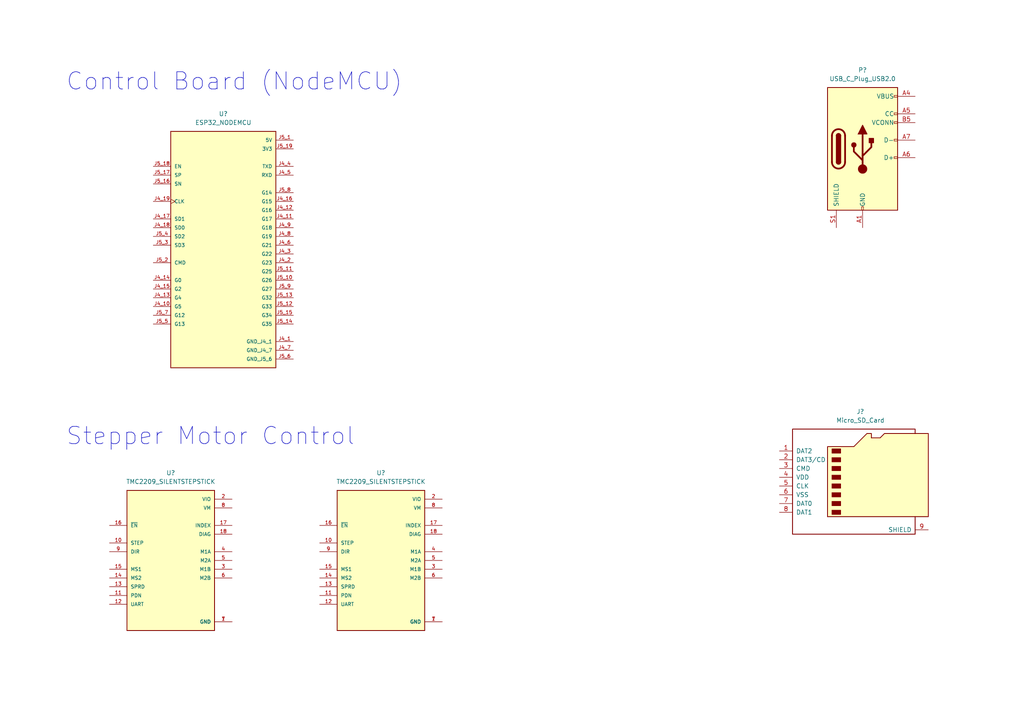
<source format=kicad_sch>
(kicad_sch (version 20211123) (generator eeschema)
  (paper "A4")
  (lib_symbols
    (symbol "Connector:Micro_SD_Card" (pin_names (offset 1.016))
      (property "Reference" "J" (at -16.51 15.24 0))
      (property "Value" "Micro_SD_Card" (at 16.51 15.24 0))
      (symbol "Micro_SD_Card_0_1"
        (rectangle (start -7.62 -9.525) (end -5.08 -10.795) (fill (type outline)))
        (rectangle (start -7.62 -6.985) (end -5.08 -8.255) (fill (type outline)))
        (rectangle (start -7.62 -4.445) (end -5.08 -5.715) (fill (type outline)))
        (rectangle (start -7.62 -1.905) (end -5.08 -3.175) (fill (type outline)))
        (rectangle (start -7.62 0.635) (end -5.08 -0.635) (fill (type outline)))
        (rectangle (start -7.62 3.175) (end -5.08 1.905) (fill (type outline)))
        (rectangle (start -7.62 5.715) (end -5.08 4.445) (fill (type outline)))
        (rectangle (start -7.62 8.255) (end -5.08 6.985) (fill (type outline)))
        (polyline (pts (xy 16.51 12.7) (xy 16.51 13.97) (xy -19.05 13.97) (xy -19.05 -16.51) (xy 16.51 -16.51) (xy 16.51 -11.43)) (stroke (width 0.254)))
        (polyline (pts (xy -8.89 -11.43) (xy -8.89 8.89) (xy -1.27 8.89) (xy 2.54 12.7) (xy 3.81 12.7) (xy 3.81 11.43) (xy 6.35 11.43) (xy 7.62 12.7) (xy 20.32 12.7) (xy 20.32 -11.43) (xy -8.89 -11.43)) (stroke (width 0.254)) (fill (type background)))
      )
      (symbol "Micro_SD_Card_1_1"
        (pin bidirectional line (at -22.86 7.62 0) (length 3.81) (name "DAT2") (number "1"))
        (pin bidirectional line (at -22.86 5.08 0) (length 3.81) (name "DAT3/CD") (number "2"))
        (pin input line (at -22.86 2.54 0) (length 3.81) (name "CMD") (number "3"))
        (pin power_in line (at -22.86 0 0) (length 3.81) (name "VDD") (number "4"))
        (pin input line (at -22.86 -2.54 0) (length 3.81) (name "CLK") (number "5"))
        (pin power_in line (at -22.86 -5.08 0) (length 3.81) (name "VSS") (number "6"))
        (pin bidirectional line (at -22.86 -7.62 0) (length 3.81) (name "DAT0") (number "7"))
        (pin bidirectional line (at -22.86 -10.16 0) (length 3.81) (name "DAT1") (number "8"))
        (pin passive line (at 20.32 -15.24 180) (length 3.81) (name "SHIELD") (number "9"))
      )
    )
    (symbol "Connector:USB_C_Plug_USB2.0" (pin_names (offset 1.016))
      (property "Reference" "P" (at -10.16 19.05 0))
      (property "Value" "USB_C_Plug_USB2.0" (at 12.7 19.05 0))
      (symbol "USB_C_Plug_USB2.0_0_0"
        (rectangle (start -0.254 -17.78) (end 0.254 -16.764))
        (rectangle (start 10.16 -2.286) (end 9.144 -2.794))
        (rectangle (start 10.16 2.794) (end 9.144 2.286))
        (rectangle (start 10.16 7.874) (end 9.144 7.366))
        (rectangle (start 10.16 10.414) (end 9.144 9.906))
        (rectangle (start 10.16 15.494) (end 9.144 14.986))
      )
      (symbol "USB_C_Plug_USB2.0_0_1"
        (rectangle (start -10.16 17.78) (end 10.16 -17.78) (stroke (width 0.254)) (fill (type background)))
        (arc (start -8.89 -3.81) (mid -6.985 -5.715) (end -5.08 -3.81) (stroke (width 0.508)))
        (arc (start -7.62 -3.81) (mid -6.985 -4.445) (end -6.35 -3.81) (stroke (width 0.254)))
        (arc (start -7.62 -3.81) (mid -6.985 -4.445) (end -6.35 -3.81) (stroke (width 0.254)) (fill (type outline)))
        (rectangle (start -7.62 -3.81) (end -6.35 3.81) (stroke (width 0.254)) (fill (type outline)))
        (arc (start -6.35 3.81) (mid -6.985 4.445) (end -7.62 3.81) (stroke (width 0.254)))
        (arc (start -6.35 3.81) (mid -6.985 4.445) (end -7.62 3.81) (stroke (width 0.254)) (fill (type outline)))
        (arc (start -5.08 3.81) (mid -6.985 5.715) (end -8.89 3.81) (stroke (width 0.508)))
        (circle (center -2.54 1.143) (radius 0.635) (stroke (width 0.254)) (fill (type outline)))
        (circle (center 0 -5.842) (radius 1.27) (fill (type outline)))
        (polyline (pts (xy -8.89 -3.81) (xy -8.89 3.81)) (stroke (width 0.508)))
        (polyline (pts (xy -5.08 3.81) (xy -5.08 -3.81)) (stroke (width 0.508)))
        (polyline (pts (xy 0 -5.842) (xy 0 4.318)) (stroke (width 0.508)))
        (polyline (pts (xy 0 -3.302) (xy -2.54 -0.762) (xy -2.54 0.508)) (stroke (width 0.508)))
        (polyline (pts (xy 0 -2.032) (xy 2.54 0.508) (xy 2.54 1.778)) (stroke (width 0.508)))
        (polyline (pts (xy -1.27 4.318) (xy 0 6.858) (xy 1.27 4.318) (xy -1.27 4.318)) (stroke (width 0.254)) (fill (type outline)))
        (rectangle (start 1.905 1.778) (end 3.175 3.048) (stroke (width 0.254)) (fill (type outline)))
      )
      (symbol "USB_C_Plug_USB2.0_1_1"
        (pin passive line (at 0 -22.86 90) (length 5.08) (name "GND") (number "A1"))
        (pin passive line (at 0 -22.86 90) (length 5.08) hide (name "GND") (number "A12"))
        (pin passive line (at 15.24 15.24 180) (length 5.08) (name "VBUS") (number "A4"))
        (pin bidirectional line (at 15.24 10.16 180) (length 5.08) (name "CC") (number "A5"))
        (pin bidirectional line (at 15.24 -2.54 180) (length 5.08) (name "D+") (number "A6"))
        (pin bidirectional line (at 15.24 2.54 180) (length 5.08) (name "D-") (number "A7"))
        (pin passive line (at 15.24 15.24 180) (length 5.08) hide (name "VBUS") (number "A9"))
        (pin passive line (at 0 -22.86 90) (length 5.08) hide (name "GND") (number "B1"))
        (pin passive line (at 0 -22.86 90) (length 5.08) hide (name "GND") (number "B12"))
        (pin passive line (at 15.24 15.24 180) (length 5.08) hide (name "VBUS") (number "B4"))
        (pin bidirectional line (at 15.24 7.62 180) (length 5.08) (name "VCONN") (number "B5"))
        (pin passive line (at 15.24 15.24 180) (length 5.08) hide (name "VBUS") (number "B9"))
        (pin passive line (at -7.62 -22.86 90) (length 5.08) (name "SHIELD") (number "S1"))
      )
    )
    (symbol "ESP32_NODEMCU:ESP32_NODEMCU" (pin_names (offset 1.016))
      (property "Reference" "U" (at -15.24 36.322 0))
      (property "Value" "ESP32_NODEMCU" (at -15.24 -35.56 0))
      (symbol "ESP32_NODEMCU_0_0"
        (rectangle (start -15.24 -33.02) (end 15.24 35.56) (stroke (width 0.254)) (fill (type background)))
        (pin power_in line (at 20.32 -25.4 180) (length 5.08) (name "GND_J4_1") (number "J4_1"))
        (pin bidirectional line (at -20.32 -15.24 0) (length 5.08) (name "G5") (number "J4_10"))
        (pin bidirectional line (at 20.32 10.16 180) (length 5.08) (name "G17") (number "J4_11"))
        (pin bidirectional line (at 20.32 12.7 180) (length 5.08) (name "G16") (number "J4_12"))
        (pin bidirectional line (at -20.32 -12.7 0) (length 5.08) (name "G4") (number "J4_13"))
        (pin bidirectional line (at -20.32 -7.62 0) (length 5.08) (name "G0") (number "J4_14"))
        (pin bidirectional line (at -20.32 -10.16 0) (length 5.08) (name "G2") (number "J4_15"))
        (pin bidirectional line (at 20.32 15.24 180) (length 5.08) (name "G15") (number "J4_16"))
        (pin bidirectional line (at -20.32 10.16 0) (length 5.08) (name "SD1") (number "J4_17"))
        (pin bidirectional line (at -20.32 7.62 0) (length 5.08) (name "SD0") (number "J4_18"))
        (pin input clock (at -20.32 15.24 0) (length 5.08) (name "CLK") (number "J4_19"))
        (pin bidirectional line (at 20.32 -2.54 180) (length 5.08) (name "G23") (number "J4_2"))
        (pin bidirectional line (at 20.32 0 180) (length 5.08) (name "G22") (number "J4_3"))
        (pin output line (at 20.32 25.4 180) (length 5.08) (name "TXD") (number "J4_4"))
        (pin input line (at 20.32 22.86 180) (length 5.08) (name "RXD") (number "J4_5"))
        (pin bidirectional line (at 20.32 2.54 180) (length 5.08) (name "G21") (number "J4_6"))
        (pin power_in line (at 20.32 -27.94 180) (length 5.08) (name "GND_J4_7") (number "J4_7"))
        (pin bidirectional line (at 20.32 5.08 180) (length 5.08) (name "G19") (number "J4_8"))
        (pin bidirectional line (at 20.32 7.62 180) (length 5.08) (name "G18") (number "J4_9"))
        (pin power_in line (at 20.32 33.02 180) (length 5.08) (name "5V") (number "J5_1"))
        (pin bidirectional line (at 20.32 -7.62 180) (length 5.08) (name "G26") (number "J5_10"))
        (pin bidirectional line (at 20.32 -5.08 180) (length 5.08) (name "G25") (number "J5_11"))
        (pin bidirectional line (at 20.32 -15.24 180) (length 5.08) (name "G33") (number "J5_12"))
        (pin bidirectional line (at 20.32 -12.7 180) (length 5.08) (name "G32") (number "J5_13"))
        (pin bidirectional line (at 20.32 -20.32 180) (length 5.08) (name "G35") (number "J5_14"))
        (pin bidirectional line (at 20.32 -17.78 180) (length 5.08) (name "G34") (number "J5_15"))
        (pin input line (at -20.32 20.32 0) (length 5.08) (name "SN") (number "J5_16"))
        (pin input line (at -20.32 22.86 0) (length 5.08) (name "SP") (number "J5_17"))
        (pin input line (at -20.32 25.4 0) (length 5.08) (name "EN") (number "J5_18"))
        (pin power_in line (at 20.32 30.48 180) (length 5.08) (name "3V3") (number "J5_19"))
        (pin bidirectional line (at -20.32 -2.54 0) (length 5.08) (name "CMD") (number "J5_2"))
        (pin bidirectional line (at -20.32 2.54 0) (length 5.08) (name "SD3") (number "J5_3"))
        (pin bidirectional line (at -20.32 5.08 0) (length 5.08) (name "SD2") (number "J5_4"))
        (pin bidirectional line (at -20.32 -20.32 0) (length 5.08) (name "G13") (number "J5_5"))
        (pin power_in line (at 20.32 -30.48 180) (length 5.08) (name "GND_J5_6") (number "J5_6"))
        (pin bidirectional line (at -20.32 -17.78 0) (length 5.08) (name "G12") (number "J5_7"))
        (pin bidirectional line (at 20.32 17.78 180) (length 5.08) (name "G14") (number "J5_8"))
        (pin bidirectional line (at 20.32 -10.16 180) (length 5.08) (name "G27") (number "J5_9"))
      )
    )
    (symbol "TMC2209_SILENTSTEPSTICK:TMC2209_SILENTSTEPSTICK" (pin_names (offset 1.016))
      (property "Reference" "U" (at -12.7 22.86 0))
      (property "Value" "TMC2209_SILENTSTEPSTICK" (at -12.7 -22.86 0))
      (symbol "TMC2209_SILENTSTEPSTICK_0_0"
        (rectangle (start -12.7 -20.32) (end 12.7 20.32) (stroke (width 0.254)) (fill (type background)))
        (pin power_in line (at 17.78 -17.78 180) (length 5.08) (name "GND") (number "1"))
        (pin input line (at -17.78 5.08 0) (length 5.08) (name "STEP") (number "10"))
        (pin bidirectional line (at -17.78 -10.16 0) (length 5.08) (name "PDN") (number "11"))
        (pin bidirectional line (at -17.78 -12.7 0) (length 5.08) (name "UART") (number "12"))
        (pin input line (at -17.78 -7.62 0) (length 5.08) (name "SPRD") (number "13"))
        (pin input line (at -17.78 -5.08 0) (length 5.08) (name "MS2") (number "14"))
        (pin input line (at -17.78 -2.54 0) (length 5.08) (name "MS1") (number "15"))
        (pin input line (at -17.78 10.16 0) (length 5.08) (name "~{EN}") (number "16"))
        (pin output line (at 17.78 10.16 180) (length 5.08) (name "INDEX") (number "17"))
        (pin output line (at 17.78 7.62 180) (length 5.08) (name "DIAG") (number "18"))
        (pin power_in line (at 17.78 17.78 180) (length 5.08) (name "VIO") (number "2"))
        (pin output line (at 17.78 -2.54 180) (length 5.08) (name "M1B") (number "3"))
        (pin output line (at 17.78 2.54 180) (length 5.08) (name "M1A") (number "4"))
        (pin output line (at 17.78 0 180) (length 5.08) (name "M2A") (number "5"))
        (pin output line (at 17.78 -5.08 180) (length 5.08) (name "M2B") (number "6"))
        (pin power_in line (at 17.78 -17.78 180) (length 5.08) (name "GND") (number "7"))
        (pin power_in line (at 17.78 15.24 180) (length 5.08) (name "VM") (number "8"))
        (pin input line (at -17.78 2.54 0) (length 5.08) (name "DIR") (number "9"))
      )
    )
  )
  (text "Stepper Motor Control" (at 19.05 129.54 0) (effects (font (size 5 5)) (justify left bottom)))
  (text "Control Board (NodeMCU)" (at 19.05 26.67 0) (effects (font (size 5 5)) (justify left bottom)))
  (symbol (lib_id "Connector:USB_C_Plug_USB2.0") (at 250.19 43.18 0) (unit 1)
    (property "Reference" "P?" (at 250.19 20.32 0))
    (property "Value" "USB_C_Plug_USB2.0" (at 250.19 22.86 0))
    (property "Datasheet" "https://www.usb.org/sites/default/files/documents/usb_type-c.zip" (effects hide))
  )
  (symbol (lib_id "TMC2209_SILENTSTEPSTICK:TMC2209_SILENTSTEPSTICK") (at 110.49 162.56 0) (unit 1)
    (property "Reference" "U?" (at 110.49 137.16 0))
    (property "Value" "TMC2209_SILENTSTEPSTICK" (at 110.49 139.7 0))
    (property "Footprint" "MODULE_TMC2209_SILENTSTEPSTICK" (effects hide))
    (property "PARTREV" "1.20" (effects hide))
    (property "SNAPEDA_PN" "TMC2209 SILENTSTEPSTICK" (effects hide))
    (property "MANUFACTURER" "Trinamic Motion Control GmbH" (effects hide))
    (property "STANDARD" "Manufacturer Recommendations" (effects hide))
  )
  (symbol (lib_id "Connector:Micro_SD_Card") (at 248.92 138.43 0) (unit 1)
    (property "Reference" "J?" (at 249.555 119.38 0))
    (property "Value" "Micro_SD_Card" (at 249.555 121.92 0))
    (property "Datasheet" "http://katalog.we-online.de/em/datasheet/693072010801.pdf" (effects hide))
  )
  (symbol (lib_id "TMC2209_SILENTSTEPSTICK:TMC2209_SILENTSTEPSTICK") (at 49.53 162.56 0) (unit 1)
    (property "Reference" "U?" (at 49.53 137.16 0))
    (property "Value" "TMC2209_SILENTSTEPSTICK" (at 49.53 139.7 0))
    (property "Footprint" "MODULE_TMC2209_SILENTSTEPSTICK" (effects hide))
    (property "PARTREV" "1.20" (effects hide))
    (property "SNAPEDA_PN" "TMC2209 SILENTSTEPSTICK" (effects hide))
    (property "MANUFACTURER" "Trinamic Motion Control GmbH" (effects hide))
    (property "STANDARD" "Manufacturer Recommendations" (effects hide))
  )
  (symbol (lib_id "ESP32_NODEMCU:ESP32_NODEMCU") (at 64.77 73.66 0) (unit 1)
    (property "Reference" "U?" (at 64.77 33.02 0))
    (property "Value" "ESP32_NODEMCU" (at 64.77 35.56 0))
    (property "Footprint" "ESP:MODULE_ESP32_NODEMCU" (effects hide))
    (property "STANDARD" "Manufacturer Recommendations" (effects hide))
    (property "MAXIMUM_PACKAGE_HEIGHT" "6.6 mm" (effects hide))
    (property "MANUFACTURER" "Espressif" (effects hide))
  )
)
</source>
